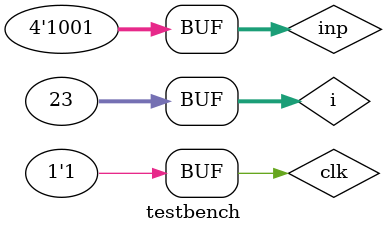
<source format=v>
`include "Q5.v"
`timescale 100ms / 1ms
module testbench;
	reg clk;
	reg [3:0] inp;
	wire [6:0] out;
	bcd_7_segment dec(
		.clk(clk),
		.inp(inp),
		.out(out)
	);

	integer i;
	initial
	begin
		clk = 0;
		for (i = 0; i <= 22; i=i+1)
		begin
			#5 clk = ~clk;			
		end
	end

	initial
	begin
		inp = 1;
		#10 inp = 2;
		#10 inp = 3;
		#10 inp = 4;
		#10 inp = 5;
		#10 inp = 6;
		#10 inp = 7;
		#10 inp = 8;
		#10 inp = 9;
	end

	initial
	begin
		$monitor("clk = %d\tinp = %d\tout = %7b", clk, inp, out);
	end

endmodule

</source>
